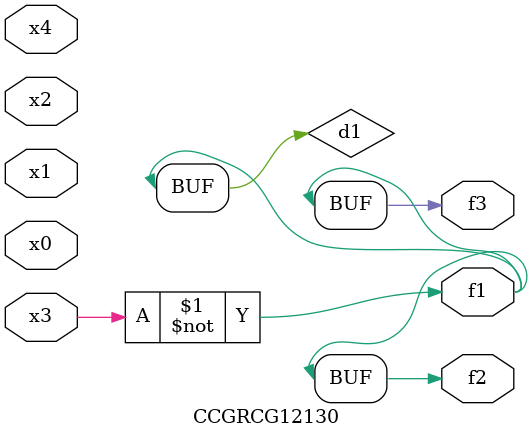
<source format=v>
module CCGRCG12130(
	input x0, x1, x2, x3, x4,
	output f1, f2, f3
);

	wire d1, d2;

	xnor (d1, x3);
	not (d2, x1);
	assign f1 = d1;
	assign f2 = d1;
	assign f3 = d1;
endmodule

</source>
